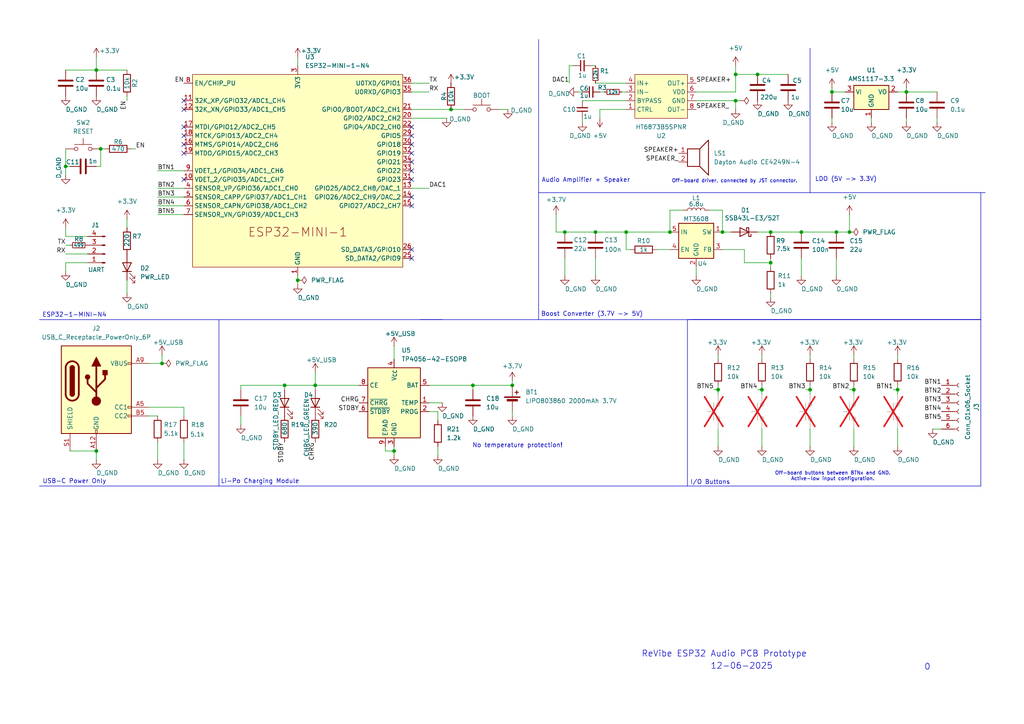
<source format=kicad_sch>
(kicad_sch (version 20250114) (generator "eeschema") (generator_version "9.0")
  (paper "A4")
  (text "Boost Converter (3.7V -> 5V)\n" (at 171.704 91.186 0) (effects (font (size 1.27 1.27))))
  (text "Li-Po Charging Module" (at 75.438 139.7 0) (effects (font (size 1.27 1.27))))
  (text "0" (at 268.986 193.548 0) (effects (font (size 1.778 1.778))))
  (text "Off-board buttons between BTNx and GND.\nActive-low input configuration." (at 241.554 138.176 0) (effects (font (size 1.016 1.016))))
  (text "No temperature protection!" (at 150.114 129.286 0) (effects (font (size 1.27 1.27))))
  (text "12-06-2025" (at 215.138 193.294 0) (effects (font (size 1.778 1.778))))
  (text "ReVibe ESP32 Audio PCB Prototype" (at 210.058 189.738 0) (effects (font (size 1.778 1.778))))
  (text "USB-C Power Only\n" (at 21.59 139.7 0) (effects (font (size 1.27 1.27))))
  (text "LDO (5V -> 3.3V)\n" (at 245.364 52.07 0) (effects (font (size 1.27 1.27))))
  (text "ESP32-1-MINI-N4" (at 21.59 91.44 0) (effects (font (size 1.27 1.27))))
  (text "Off-board driver, connected by JST connector." (at 213.106 52.578 0) (effects (font (size 1.016 1.016))))
  (text "Audio Amplifier + Speaker\n" (at 169.926 52.324 0) (effects (font (size 1.27 1.27))))
  (text "I/O Buttons" (at 205.994 139.954 0) (effects (font (size 1.27 1.27))))
  (junction (at 130.81 31.75))
  (junction (at 27.94 130.81))
  (junction (at 260.35 113.03))
  (junction (at 27.94 20.32))
  (junction (at 148.59 111.76))
  (junction (at 86.36 81.28))
  (junction (at 232.41 67.31))
  (junction (at 163.83 67.31))
  (junction (at 181.61 67.31))
  (junction (at 172.72 67.31))
  (junction (at 234.95 113.03))
  (junction (at 219.71 21.59))
  (junction (at 246.38 67.31))
  (junction (at 209.55 67.31))
  (junction (at 262.89 26.67))
  (junction (at 137.16 111.76))
  (junction (at 247.65 113.03))
  (junction (at 114.3 130.81))
  (junction (at 213.36 29.21))
  (junction (at 220.98 113.03))
  (junction (at 29.21 43.18))
  (junction (at 46.99 105.41))
  (junction (at 223.52 76.2))
  (junction (at 91.44 111.76))
  (junction (at 242.57 67.31))
  (junction (at 208.28 113.03))
  (junction (at 223.52 67.31))
  (junction (at 19.05 48.26))
  (junction (at 241.3 26.67))
  (junction (at 194.31 67.31))
  (junction (at 213.36 21.59))
  (junction (at 82.55 111.76))
  (no_connect (at 119.38 72.39))
  (no_connect (at 53.34 44.45))
  (no_connect (at 53.34 29.21))
  (no_connect (at 53.34 52.07))
  (no_connect (at 119.38 74.93))
  (no_connect (at 53.34 36.83))
  (no_connect (at 53.34 31.75))
  (no_connect (at 119.38 52.07))
  (no_connect (at 119.38 46.99))
  (no_connect (at 119.38 59.69))
  (no_connect (at 119.38 36.83))
  (no_connect (at 53.34 39.37))
  (no_connect (at 119.38 41.91))
  (no_connect (at 119.38 57.15))
  (no_connect (at 119.38 49.53))
  (no_connect (at 119.38 39.37))
  (no_connect (at 53.34 41.91))
  (no_connect (at 119.38 44.45))
  (wire (pts (xy 45.72 62.23) (xy 53.34 62.23)))
  (wire (pts (xy 43.18 105.41) (xy 46.99 105.41)))
  (wire (pts (xy 119.38 31.75) (xy 130.81 31.75)))
  (wire (pts (xy 213.36 26.67) (xy 201.93 26.67)))
  (wire (pts (xy 69.85 111.76) (xy 82.55 111.76)))
  (wire (pts (xy 223.52 74.93) (xy 223.52 76.2)))
  (polyline (pts (xy 234.95 55.88) (xy 285.75 55.88)))
  (wire (pts (xy 208.28 102.87) (xy 208.28 104.14)))
  (wire (pts (xy 19.05 48.26) (xy 19.05 50.8)))
  (wire (pts (xy 260.35 113.03) (xy 260.35 111.76)))
  (wire (pts (xy 215.9 76.2) (xy 223.52 76.2)))
  (wire (pts (xy 260.35 102.87) (xy 260.35 104.14)))
  (wire (pts (xy 241.3 34.29) (xy 241.3 35.56)))
  (wire (pts (xy 181.61 72.39) (xy 181.61 67.31)))
  (wire (pts (xy 19.05 71.12) (xy 20.32 71.12)))
  (wire (pts (xy 91.44 111.76) (xy 104.14 111.76)))
  (wire (pts (xy 168.91 35.56) (xy 168.91 34.29)))
  (wire (pts (xy 36.83 27.94) (xy 36.83 29.21)))
  (wire (pts (xy 27.94 20.32) (xy 36.83 20.32)))
  (wire (pts (xy 262.89 25.4) (xy 262.89 26.67)))
  (wire (pts (xy 27.94 48.26) (xy 29.21 48.26)))
  (wire (pts (xy 173.99 31.75) (xy 181.61 31.75)))
  (wire (pts (xy 82.55 111.76) (xy 91.44 111.76)))
  (polyline (pts (xy 11.43 140.97) (xy 63.5 140.97)))
  (wire (pts (xy 246.38 67.31) (xy 242.57 67.31)))
  (wire (pts (xy 114.3 100.33) (xy 114.3 104.14)))
  (wire (pts (xy 223.52 76.2) (xy 223.52 77.47)))
  (wire (pts (xy 86.36 16.51) (xy 86.36 19.05)))
  (wire (pts (xy 220.98 114.3) (xy 220.98 113.03)))
  (wire (pts (xy 127 121.92) (xy 127 119.38)))
  (wire (pts (xy 53.34 128.27) (xy 53.34 133.35)))
  (wire (pts (xy 163.83 74.93) (xy 163.83 80.01)))
  (wire (pts (xy 223.52 67.31) (xy 232.41 67.31)))
  (wire (pts (xy 260.35 114.3) (xy 260.35 113.03)))
  (wire (pts (xy 45.72 128.27) (xy 45.72 133.35)))
  (wire (pts (xy 247.65 113.03) (xy 247.65 111.76)))
  (wire (pts (xy 111.76 129.54) (xy 111.76 130.81)))
  (polyline (pts (xy 200.66 92.71) (xy 284.48 92.71)))
  (wire (pts (xy 91.44 107.95) (xy 91.44 111.76)))
  (wire (pts (xy 165.1 19.05) (xy 166.37 19.05)))
  (wire (pts (xy 259.08 113.03) (xy 260.35 113.03)))
  (wire (pts (xy 182.88 72.39) (xy 181.61 72.39)))
  (wire (pts (xy 19.05 76.2) (xy 19.05 78.74)))
  (wire (pts (xy 86.36 81.28) (xy 86.36 82.55)))
  (wire (pts (xy 190.5 72.39) (xy 194.31 72.39)))
  (wire (pts (xy 165.1 24.13) (xy 165.1 19.05)))
  (polyline (pts (xy 234.95 13.97) (xy 234.95 55.88)))
  (wire (pts (xy 19.05 66.04) (xy 19.05 68.58)))
  (wire (pts (xy 213.36 21.59) (xy 219.71 21.59)))
  (wire (pts (xy 201.93 77.47) (xy 201.93 80.01)))
  (wire (pts (xy 114.3 129.54) (xy 114.3 130.81)))
  (wire (pts (xy 161.29 62.23) (xy 161.29 67.31)))
  (wire (pts (xy 130.81 31.75) (xy 134.62 31.75)))
  (wire (pts (xy 194.31 60.96) (xy 194.31 67.31)))
  (wire (pts (xy 172.72 67.31) (xy 181.61 67.31)))
  (wire (pts (xy 220.98 102.87) (xy 220.98 104.14)))
  (polyline (pts (xy 199.39 92.71) (xy 284.48 92.71)))
  (polyline (pts (xy 284.48 140.97) (xy 284.48 92.71)))
  (polyline (pts (xy 11.43 92.71) (xy 156.21 92.71)))
  (wire (pts (xy 19.05 48.26) (xy 19.05 43.18)))
  (wire (pts (xy 124.46 116.84) (xy 128.27 116.84)))
  (polyline (pts (xy 199.39 92.71) (xy 199.39 140.97)))
  (wire (pts (xy 45.72 49.53) (xy 53.34 49.53)))
  (wire (pts (xy 246.38 113.03) (xy 247.65 113.03)))
  (wire (pts (xy 148.59 119.38) (xy 148.59 120.65)))
  (wire (pts (xy 207.01 113.03) (xy 208.28 113.03)))
  (wire (pts (xy 262.89 26.67) (xy 260.35 26.67)))
  (wire (pts (xy 46.99 102.87) (xy 46.99 105.41)))
  (wire (pts (xy 241.3 25.4) (xy 241.3 26.67)))
  (wire (pts (xy 233.68 113.03) (xy 234.95 113.03)))
  (wire (pts (xy 172.72 24.13) (xy 181.61 24.13)))
  (wire (pts (xy 119.38 34.29) (xy 129.54 34.29)))
  (wire (pts (xy 198.12 60.96) (xy 194.31 60.96)))
  (wire (pts (xy 208.28 124.46) (xy 208.28 129.54)))
  (wire (pts (xy 270.51 124.46) (xy 273.05 124.46)))
  (wire (pts (xy 137.16 111.76) (xy 148.59 111.76)))
  (wire (pts (xy 215.9 72.39) (xy 215.9 76.2)))
  (wire (pts (xy 234.95 124.46) (xy 234.95 129.54)))
  (wire (pts (xy 119.38 26.67) (xy 124.46 26.67)))
  (wire (pts (xy 247.65 102.87) (xy 247.65 104.14)))
  (wire (pts (xy 213.36 29.21) (xy 213.36 31.75)))
  (wire (pts (xy 137.16 111.76) (xy 137.16 113.03)))
  (wire (pts (xy 43.18 120.65) (xy 45.72 120.65)))
  (wire (pts (xy 69.85 113.03) (xy 69.85 111.76)))
  (wire (pts (xy 208.28 114.3) (xy 208.28 113.03)))
  (polyline (pts (xy 121.92 92.71) (xy 128.27 92.71)))
  (wire (pts (xy 262.89 34.29) (xy 262.89 35.56)))
  (wire (pts (xy 241.3 26.67) (xy 245.11 26.67)))
  (wire (pts (xy 86.36 80.01) (xy 86.36 81.28)))
  (wire (pts (xy 247.65 114.3) (xy 247.65 113.03)))
  (wire (pts (xy 171.45 19.05) (xy 172.72 19.05)))
  (wire (pts (xy 144.78 31.75) (xy 147.32 31.75)))
  (wire (pts (xy 45.72 54.61) (xy 53.34 54.61)))
  (wire (pts (xy 271.78 34.29) (xy 271.78 35.56)))
  (wire (pts (xy 19.05 20.32) (xy 27.94 20.32)))
  (wire (pts (xy 173.99 31.75) (xy 173.99 34.29)))
  (wire (pts (xy 223.52 85.09) (xy 223.52 86.36)))
  (polyline (pts (xy 156.21 55.88) (xy 234.95 55.88)))
  (wire (pts (xy 163.83 67.31) (xy 172.72 67.31)))
  (wire (pts (xy 220.98 124.46) (xy 220.98 129.54)))
  (wire (pts (xy 161.29 67.31) (xy 163.83 67.31)))
  (wire (pts (xy 91.44 113.03) (xy 91.44 111.76)))
  (wire (pts (xy 82.55 113.03) (xy 82.55 111.76)))
  (wire (pts (xy 205.74 60.96) (xy 209.55 60.96)))
  (wire (pts (xy 119.38 54.61) (xy 124.46 54.61)))
  (wire (pts (xy 45.72 57.15) (xy 53.34 57.15)))
  (wire (pts (xy 232.41 67.31) (xy 242.57 67.31)))
  (polyline (pts (xy 156.21 92.71) (xy 284.48 92.71)))
  (wire (pts (xy 27.94 16.51) (xy 27.94 20.32)))
  (wire (pts (xy 242.57 74.93) (xy 242.57 80.01)))
  (wire (pts (xy 168.91 29.21) (xy 181.61 29.21)))
  (wire (pts (xy 213.36 19.05) (xy 213.36 21.59)))
  (polyline (pts (xy 63.5 140.97) (xy 284.48 140.97)))
  (polyline (pts (xy 156.21 11.43) (xy 156.21 92.71)))
  (wire (pts (xy 232.41 74.93) (xy 232.41 80.01)))
  (wire (pts (xy 148.59 110.49) (xy 148.59 111.76)))
  (wire (pts (xy 209.55 67.31) (xy 212.09 67.31)))
  (wire (pts (xy 127 119.38) (xy 124.46 119.38)))
  (wire (pts (xy 181.61 26.67) (xy 180.34 26.67)))
  (wire (pts (xy 219.71 21.59) (xy 228.6 21.59)))
  (wire (pts (xy 19.05 68.58) (xy 25.4 68.58)))
  (wire (pts (xy 167.64 26.67) (xy 168.91 26.67)))
  (wire (pts (xy 209.55 60.96) (xy 209.55 67.31)))
  (wire (pts (xy 43.18 118.11) (xy 53.34 118.11)))
  (wire (pts (xy 114.3 130.81) (xy 114.3 132.08)))
  (wire (pts (xy 173.99 26.67) (xy 175.26 26.67)))
  (wire (pts (xy 220.98 113.03) (xy 220.98 111.76)))
  (wire (pts (xy 137.16 111.76) (xy 124.46 111.76)))
  (wire (pts (xy 260.35 124.46) (xy 260.35 129.54)))
  (wire (pts (xy 20.32 130.81) (xy 27.94 130.81)))
  (wire (pts (xy 27.94 130.81) (xy 27.94 133.35)))
  (wire (pts (xy 219.71 113.03) (xy 220.98 113.03)))
  (wire (pts (xy 234.95 113.03) (xy 234.95 111.76)))
  (wire (pts (xy 69.85 120.65) (xy 69.85 123.19)))
  (wire (pts (xy 181.61 67.31) (xy 194.31 67.31)))
  (wire (pts (xy 262.89 26.67) (xy 271.78 26.67)))
  (wire (pts (xy 38.1 43.18) (xy 39.37 43.18)))
  (wire (pts (xy 19.05 76.2) (xy 25.4 76.2)))
  (wire (pts (xy 36.83 63.5) (xy 36.83 66.04)))
  (wire (pts (xy 111.76 130.81) (xy 114.3 130.81)))
  (wire (pts (xy 234.95 102.87) (xy 234.95 104.14)))
  (polyline (pts (xy 284.48 92.71) (xy 284.48 55.88)))
  (wire (pts (xy 172.72 74.93) (xy 172.72 80.01)))
  (wire (pts (xy 36.83 81.28) (xy 36.83 85.09)))
  (wire (pts (xy 119.38 24.13) (xy 124.46 24.13)))
  (wire (pts (xy 247.65 124.46) (xy 247.65 129.54)))
  (wire (pts (xy 208.28 113.03) (xy 208.28 111.76)))
  (wire (pts (xy 201.93 29.21) (xy 213.36 29.21)))
  (wire (pts (xy 19.05 73.66) (xy 25.4 73.66)))
  (wire (pts (xy 20.32 48.26) (xy 19.05 48.26)))
  (wire (pts (xy 213.36 29.21) (xy 214.63 29.21)))
  (wire (pts (xy 234.95 114.3) (xy 234.95 113.03)))
  (wire (pts (xy 219.71 67.31) (xy 223.52 67.31)))
  (wire (pts (xy 29.21 48.26) (xy 29.21 43.18)))
  (wire (pts (xy 209.55 72.39) (xy 215.9 72.39)))
  (wire (pts (xy 213.36 21.59) (xy 213.36 26.67)))
  (wire (pts (xy 246.38 62.23) (xy 246.38 67.31)))
  (wire (pts (xy 53.34 118.11) (xy 53.34 120.65)))
  (wire (pts (xy 252.73 34.29) (xy 252.73 35.56)))
  (polyline (pts (xy 63.5 140.97) (xy 63.5 92.71)))
  (wire (pts (xy 29.21 43.18) (xy 30.48 43.18)))
  (wire (pts (xy 45.72 59.69) (xy 53.34 59.69)))
  (wire (pts (xy 127 129.54) (xy 127 132.08)))
  (label "BTN2" (at 246.38 113.03 180))
  (label "CHRG" (at 91.44 128.27 270))
  (label "STDBY" (at 104.14 119.38 180))
  (label "EN" (at 36.83 29.21 270))
  (label "BTN2" (at 273.05 114.3 180))
  (label "BTN3" (at 273.05 116.84 180))
  (label "BTN2" (at 45.72 54.61 0))
  (label "TX" (at 19.05 71.12 180))
  (label "SPEAKER_" (at 201.93 31.75 0))
  (label "TX" (at 124.46 24.13 0))
  (label "RX" (at 19.05 73.66 180))
  (label "BTN1" (at 45.72 49.53 0))
  (label "BTN4" (at 219.71 113.03 180))
  (label "CHRG" (at 104.14 116.84 180))
  (label "BTN3" (at 233.68 113.03 180))
  (label "BTN3" (at 45.72 57.15 0))
  (label "BTN5" (at 45.72 62.23 0))
  (label "SPEAKER+" (at 196.85 44.45 180))
  (label "DAC1" (at 165.1 24.13 180))
  (label "BTN4" (at 273.05 119.38 180))
  (label "SPEAKER_" (at 196.85 46.99 180))
  (label "BTN5" (at 273.05 121.92 180))
  (label "STDBY" (at 82.55 128.27 270))
  (label "RX" (at 124.46 26.67 0))
  (label "EN" (at 39.37 43.18 0))
  (label "BTN4" (at 45.72 59.69 0))
  (label "BTN5" (at 207.01 113.03 180))
  (label "SPEAKER+" (at 201.93 24.13 0))
  (label "BTN1" (at 259.08 113.03 180))
  (label "BTN1" (at 273.05 111.76 180))
  (label "EN" (at 53.34 24.13 180))
  (label "DAC1" (at 124.46 54.61 0))
  (symbol (lib_id "power:+5V") (at 148.59 110.49 0) (unit 1)
    (property "Reference" "#PWR043" (effects (hide yes)))
    (property "Value" "+3.7V" (at 148.59 106.172 0))
    (property "Description" "Power symbol creates a global label with name \"+5V\"" (effects (hide yes)))
  )
  (symbol (lib_id "Device:C") (at 172.72 71.12 0) (unit 1)
    (property "Reference" "C13" (at 175.26 69.596 0) (effects (justify left)))
    (property "Value" "100n" (at 175.26 72.39 0) (effects (justify left)))
    (property "Footprint" "Capacitor_SMD:C_0402_1005Metric" (effects (hide yes)))
    (property "Description" "Unpolarized capacitor" (effects (hide yes)))
  )
  (symbol (lib_id "Device:C") (at 163.83 71.12 0) (unit 1)
    (property "Reference" "C12" (at 166.37 69.596 0) (effects (justify left)))
    (property "Value" "22u" (at 166.37 72.136 0) (effects (justify left)))
    (property "Footprint" "Capacitor_SMD:C_1210_3225Metric" (effects (hide yes)))
    (property "Description" "Unpolarized capacitor" (effects (hide yes)))
  )
  (symbol (lib_id "Regulator_Linear:AMS1117-3.3") (at 252.73 26.67 0) (unit 1)
    (property "Reference" "U1" (at 252.73 20.32 0))
    (property "Value" "AMS1117-3.3" (at 252.73 22.86 0))
    (property "Footprint" "Package_TO_SOT_SMD:SOT-223-3_TabPin2" (effects (hide yes)))
    (property "Datasheet" "http://www.advanced-monolithic.com/pdf/ds1117.pdf" (effects (hide yes)))
    (property "Description" "1A Low Dropout regulator, positive, 3.3V fixed output, SOT-223" (effects (hide yes)))
  )
  (symbol (lib_id "power:GND") (at 172.72 80.01 0) (unit 1)
    (property "Reference" "#PWR028" (effects (hide yes)))
    (property "Value" "D_GND" (at 172.72 83.82 0) (effects (justify left)))
    (property "Description" "Power symbol creates a global label with name \"GND\" , ground" (effects (hide yes)))
  )
  (symbol (lib_id "Battery_Management:TP4056-42-ESOP8") (at 114.3 116.84 0) (unit 1)
    (property "Reference" "U5" (at 116.4433 101.6 0) (effects (justify left)))
    (property "Value" "TP4056-42-ESOP8" (at 116.4433 104.14 0) (effects (justify left)))
    (property "Footprint" "Package_SO:SOIC-8-1EP_3.9x4.9mm_P1.27mm_EP2.41x3.3mm_ThermalVias" (effects (hide yes)))
    (property "Datasheet" "https://www.lcsc.com/datasheet/lcsc_datasheet_2410121619_TOPPOWER-Nanjing-Extension-Microelectronics-TP4056-42-ESOP8_C16581.pdf" (effects (hide yes)))
    (property "Description" "1A Standalone Linear Li-ion/LiPo single-cell battery charger, 4.2V ±1% charge voltage, VCC = 4.0..8.0V, SOIC-8 (SOP-8)" (effects (hide yes)))
  )
  (symbol (lib_id "Device:R_Small") (at 177.8 26.67 270) (unit 1)
    (property "Reference" "R3" (at 176.022 25.4 90) (effects (justify right)))
    (property "Value" "12k" (at 179.324 26.67 90) (effects (font (size 1.016 1.016)) (justify right)))
    (property "Footprint" "Resistor_SMD:R_0805_2012Metric" (effects (hide yes)))
    (property "Description" "Resistor, small symbol" (effects (hide yes)))
  )
  (symbol (lib_id "power:+3.3V") (at 36.83 63.5 0) (unit 1)
    (property "Reference" "#PWR024" (effects (hide yes)))
    (property "Value" "+3.3V" (at 36.83 58.42 0))
    (property "Description" "Power symbol creates a global label with name \"+3.3V\"" (effects (hide yes)))
  )
  (symbol (lib_id "Device:C") (at 219.71 25.4 0) (unit 1)
    (property "Reference" "C4" (at 220.98 23.368 0) (effects (justify left)))
    (property "Value" "220u" (at 220.472 28.194 0) (effects (justify left)))
    (property "Footprint" "Capacitor_SMD:C_Elec_6.3x5.8" (effects (hide yes)))
    (property "Description" "Unpolarized capacitor" (effects (hide yes)))
  )
  (symbol (lib_id "power:+3.3V") (at 260.35 102.87 0) (unit 1)
    (property "Reference" "#PWR041" (effects (hide yes)))
    (property "Value" "+3.3V" (at 260.096 99.314 0))
    (property "Description" "Power symbol creates a global label with name \"+3.3V\"" (effects (hide yes)))
  )
  (symbol (lib_id "power:+3.3V") (at 220.98 102.87 0) (unit 1)
    (property "Reference" "#PWR038" (effects (hide yes)))
    (property "Value" "+3.3V" (at 220.726 99.314 0))
    (property "Description" "Power symbol creates a global label with name \"+3.3V\"" (effects (hide yes)))
  )
  (symbol (lib_id "Device:R") (at 45.72 124.46 0) (unit 1)
    (property "Reference" "R17" (at 47.498 123.19 0) (effects (justify left)))
    (property "Value" "5.1k" (at 47.498 125.73 0) (effects (justify left)))
    (property "Footprint" "Resistor_SMD:R_0603_1608Metric" (effects (hide yes)))
    (property "Description" "Resistor" (effects (hide yes)))
  )
  (symbol (lib_id "Device:C") (at 242.57 71.12 0) (unit 1)
    (property "Reference" "C15" (at 246.38 69.8499 0) (effects (justify left)))
    (property "Value" "22u" (at 246.38 72.3899 0) (effects (justify left)))
    (property "Footprint" "Capacitor_SMD:C_1210_3225Metric" (effects (hide yes)))
    (property "Description" "Unpolarized capacitor" (effects (hide yes)))
  )
  (symbol (lib_id "Switch:SW_Push") (at 208.28 119.38 90) (unit 1) (on_board no) (dnp yes)
    (property "Reference" "SW3" (effects (hide yes)))
    (property "Value" "SW_Push" (effects (hide yes)))
    (property "Description" "Push button switch, generic, two pins" (effects (hide yes)))
  )
  (symbol (lib_id "Regulator_Switching:MT3608") (at 201.93 69.85 0) (unit 1)
    (property "Reference" "U4" (at 203.708 76.454 0))
    (property "Value" "MT3608" (at 201.93 63.5 0))
    (property "Footprint" "Package_TO_SOT_SMD:SOT-23-6" (effects (hide yes)))
    (property "Datasheet" "https://www.olimex.com/Products/Breadboarding/BB-PWR-3608/resources/MT3608.pdf" (effects (hide yes)))
    (property "Description" "High Efficiency 1.2MHz 2A Step Up Converter, 2-24V Vin, 28V Vout, 4A current limit, 1.2MHz, SOT23-6" (effects (hide yes)))
  )
  (symbol (lib_id "power:GND") (at 260.35 129.54 0) (unit 1)
    (property "Reference" "#PWR054" (effects (hide yes)))
    (property "Value" "D_GND" (at 260.35 133.35 0) (effects (justify left)))
    (property "Description" "Power symbol creates a global label with name \"GND\" , ground" (effects (hide yes)))
  )
  (symbol (lib_id "power:GND") (at 168.91 35.56 0) (unit 1)
    (property "Reference" "#PWR044" (effects (hide yes)))
    (property "Value" "D_GND" (at 165.1 39.37 0) (effects (justify left)))
    (property "Description" "Power symbol creates a global label with name \"GND\" , ground" (effects (hide yes)))
  )
  (symbol (lib_id "Device:C") (at 262.89 30.48 0) (unit 1)
    (property "Reference" "C8" (at 265.43 29.21 0) (effects (justify left)))
    (property "Value" "10u" (at 265.43 31.75 0) (effects (justify left)))
    (property "Footprint" "Capacitor_SMD:C_1206_3216Metric" (effects (hide yes)))
    (property "Description" "Unpolarized capacitor" (effects (hide yes)))
  )
  (symbol (lib_id "Device:C") (at 69.85 116.84 0) (unit 1)
    (property "Reference" "C17" (at 73.66 115.5699 0) (effects (justify left)))
    (property "Value" "10u" (at 73.66 118.1099 0) (effects (justify left)))
    (property "Footprint" "Capacitor_SMD:C_0402_1005Metric" (effects (hide yes)))
    (property "Description" "Unpolarized capacitor" (effects (hide yes)))
  )
  (symbol (lib_id "power:GND") (at 242.57 80.01 0) (unit 1)
    (property "Reference" "#PWR031" (effects (hide yes)))
    (property "Value" "D_GND" (at 242.57 83.82 0) (effects (justify left)))
    (property "Description" "Power symbol creates a global label with name \"GND\" , ground" (effects (hide yes)))
  )
  (symbol (lib_id "Device:R") (at 260.35 107.95 0) (unit 1)
    (property "Reference" "R16" (at 262.89 106.6799 0) (effects (justify left)))
    (property "Value" "10k" (at 262.89 109.2199 0) (effects (justify left)))
    (property "Footprint" "Resistor_SMD:R_0805_2012Metric" (effects (hide yes)))
    (property "Description" "Resistor" (effects (hide yes)))
  )
  (symbol (lib_id "power:+5V") (at 114.3 100.33 0) (unit 1)
    (property "Reference" "#PWR035" (effects (hide yes)))
    (property "Value" "+5V_USB" (at 116.078 96.774 0))
    (property "Description" "Power symbol creates a global label with name \"+5V\"" (effects (hide yes)))
  )
  (symbol (lib_id "power:+3.3V") (at 262.89 25.4 0) (unit 1)
    (property "Reference" "#PWR06" (effects (hide yes)))
    (property "Value" "+3.3V" (at 262.89 20.32 0))
    (property "Description" "Power symbol creates a global label with name \"+3.3V\"" (effects (hide yes)))
  )
  (symbol (lib_id "Device:C_Small") (at 171.45 26.67 90) (unit 1)
    (property "Reference" "C6" (at 169.418 25.654 90))
    (property "Value" "1u" (at 169.418 27.686 90))
    (property "Footprint" "Capacitor_SMD:C_0603_1608Metric" (effects (hide yes)))
    (property "Description" "Unpolarized capacitor, small symbol" (effects (hide yes)))
  )
  (symbol (lib_id "power:+5V") (at 246.38 62.23 0) (unit 1)
    (property "Reference" "#PWR023" (effects (hide yes)))
    (property "Value" "+5V" (at 246.38 57.15 0))
    (property "Description" "Power symbol creates a global label with name \"+5V\"" (effects (hide yes)))
  )
  (symbol (lib_id "Device:C") (at 271.78 30.48 0) (unit 1)
    (property "Reference" "C9" (at 275.59 29.2099 0) (effects (justify left)))
    (property "Value" "0.1u" (at 275.59 31.7499 0) (effects (justify left)))
    (property "Footprint" "Capacitor_SMD:C_1206_3216Metric" (effects (hide yes)))
    (property "Description" "Unpolarized capacitor" (effects (hide yes)))
  )
  (symbol (lib_id "power:GND") (at 270.51 124.46 0) (unit 1)
    (property "Reference" "#PWR049" (effects (hide yes)))
    (property "Value" "D_GND" (at 270.51 128.27 0) (effects (justify left)))
    (property "Description" "Power symbol creates a global label with name \"GND\" , ground" (effects (hide yes)))
  )
  (symbol (lib_id "Device:R") (at 223.52 81.28 0) (unit 1)
    (property "Reference" "R11" (at 225.552 80.01 0) (effects (justify left)))
    (property "Value" "1k" (at 225.552 82.55 0) (effects (justify left)))
    (property "Footprint" "Resistor_SMD:R_0805_2012Metric" (effects (hide yes)))
    (property "Description" "Resistor" (effects (hide yes)))
  )
  (symbol (lib_id "power:GND") (at 219.71 29.21 0) (unit 1)
    (property "Reference" "#PWR060" (effects (hide yes)))
    (property "Value" "D_GND" (at 219.71 33.02 0) (effects (justify left)))
    (property "Description" "Power symbol creates a global label with name \"GND\" , ground" (effects (hide yes)))
  )
  (symbol (lib_id "Device:R") (at 82.55 124.46 0) (unit 1)
    (property "Reference" "R19" (at 84.328 123.19 0) (effects (justify left)))
    (property "Value" "680" (at 82.55 126.238 90) (effects (justify left)))
    (property "Footprint" "Resistor_SMD:R_0805_2012Metric" (effects (hide yes)))
    (property "Description" "Resistor" (effects (hide yes)))
  )
  (symbol (lib_id "Switch:SW_Push") (at 234.95 119.38 90) (unit 1) (on_board no) (dnp yes)
    (property "Reference" "SW5" (effects (hide yes)))
    (property "Value" "SW_Push" (effects (hide yes)))
    (property "Description" "Push button switch, generic, two pins" (effects (hide yes)))
  )
  (symbol (lib_id "power:GND") (at 36.83 85.09 0) (unit 1)
    (property "Reference" "#PWR033" (effects (hide yes)))
    (property "Value" "D_GND" (at 36.83 88.9 0) (effects (justify left)))
    (property "Description" "Power symbol creates a global label with name \"GND\" , ground" (effects (hide yes)))
  )
  (symbol (lib_id "Device:C_Small") (at 168.91 31.75 180) (unit 1)
    (property "Reference" "C10" (at 165.1 31.75 0))
    (property "Value" "1u" (at 170.434 33.782 0))
    (property "Footprint" "Capacitor_SMD:C_0603_1608Metric" (effects (hide yes)))
    (property "Description" "Unpolarized capacitor, small symbol" (effects (hide yes)))
  )
  (symbol (lib_id "power:GND") (at 114.3 132.08 0) (unit 1)
    (property "Reference" "#PWR055" (effects (hide yes)))
    (property "Value" "D_GND" (at 114.3 135.89 0) (effects (justify left)))
    (property "Description" "Power symbol creates a global label with name \"GND\" , ground" (effects (hide yes)))
  )
  (symbol (lib_id "power:PWR_FLAG") (at 246.38 67.31 270) (unit 1)
    (property "Reference" "#FLG02" (effects (hide yes)))
    (property "Value" "PWR_FLAG" (at 250.19 67.3099 90) (effects (justify left)))
    (property "Description" "Special symbol for telling ERC where power comes from" (effects (hide yes)))
  )
  (symbol (lib_id "Audio_Amp_HT6873B5SPNR:HT6873B5SPNR") (at 191.77 27.94 0) (mirror x) (unit 1)
    (property "Reference" "U2" (at 191.77 39.37 0))
    (property "Value" "HT6873B5SPNR" (at 191.77 36.83 0))
    (property "Footprint" "Package_SO:SOP-8_3.9x4.9mm_P1.27mm" (effects (hide yes)))
    (property "Datasheet" "https://jlcpcb.com/api/file/downloadByFileSystemAccessId/8552457781555568640" (effects (hide yes)))
  )
  (symbol (lib_id "Device:C") (at 24.13 48.26 90) (unit 1)
    (property "Reference" "C11" (at 21.082 46.99 90))
    (property "Value" "1n" (at 26.924 46.736 90))
    (property "Footprint" "Capacitor_SMD:C_0402_1005Metric" (effects (hide yes)))
    (property "Description" "Unpolarized capacitor" (effects (hide yes)))
  )
  (symbol (lib_id "Connector:Conn_01x06_Socket") (at 278.13 116.84 0) (unit 1)
    (property "Reference" "J3" (at 283.21 118.11 90))
    (property "Value" "Conn_01x06_Socket" (at 280.67 118.11 90))
    (property "Footprint" "Connector_JST:JST_PH_B6B-PH-K_1x06_P2.00mm_Vertical" (effects (hide yes)))
    (property "Description" "Generic connector, single row, 01x06, script generated" (effects (hide yes)))
  )
  (symbol (lib_id "Device:C") (at 137.16 116.84 0) (unit 1)
    (property "Reference" "C18" (at 140.97 115.5699 0) (effects (justify left)))
    (property "Value" "10u" (at 140.97 118.1099 0) (effects (justify left)))
    (property "Footprint" "Capacitor_SMD:C_0402_1005Metric" (effects (hide yes)))
    (property "Description" "Unpolarized capacitor" (effects (hide yes)))
  )
  (symbol (lib_id "power:GND") (at 223.52 86.36 0) (unit 1)
    (property "Reference" "#PWR034" (effects (hide yes)))
    (property "Value" "D_GND" (at 223.52 90.17 0) (effects (justify left)))
    (property "Description" "Power symbol creates a global label with name \"GND\" , ground" (effects (hide yes)))
  )
  (symbol (lib_id "Device:R") (at 36.83 69.85 0) (unit 1)
    (property "Reference" "R7" (at 38.354 68.58 0) (effects (justify left)))
    (property "Value" "220" (at 36.83 71.628 90) (effects (justify left)))
    (property "Footprint" "Resistor_SMD:R_0805_2012Metric" (effects (hide yes)))
    (property "Description" "Resistor" (effects (hide yes)))
  )
  (symbol (lib_id "power:GND") (at 241.3 35.56 0) (unit 1)
    (property "Reference" "#PWR017" (effects (hide yes)))
    (property "Value" "D_GND" (at 241.3 39.37 0) (effects (justify left)))
    (property "Description" "Power symbol creates a global label with name \"GND\" , ground" (effects (hide yes)))
  )
  (symbol (lib_id "power:GND") (at 201.93 80.01 0) (unit 1)
    (property "Reference" "#PWR029" (effects (hide yes)))
    (property "Value" "D_GND" (at 201.93 83.82 0) (effects (justify left)))
    (property "Description" "Power symbol creates a global label with name \"GND\" , ground" (effects (hide yes)))
  )
  (symbol (lib_id "Device:R_Small") (at 22.86 71.12 90) (unit 1)
    (property "Reference" "R8" (at 22.86 69.342 90))
    (property "Value" "499" (at 22.86 71.12 90) (effects (font (size 1.016 1.016))))
    (property "Footprint" "Resistor_SMD:R_0805_2012Metric" (effects (hide yes)))
    (property "Description" "Resistor, small symbol" (effects (hide yes)))
  )
  (symbol (lib_id "power:+5V") (at 173.99 34.29 180) (unit 1)
    (property "Reference" "#PWR015" (effects (hide yes)))
    (property "Value" "+5V" (at 173.99 39.37 0))
    (property "Description" "Power symbol creates a global label with name \"+5V\"" (effects (hide yes)))
  )
  (symbol (lib_id "power:+3.3V") (at 27.94 16.51 0) (unit 1)
    (property "Reference" "#PWR01" (effects (hide yes)))
    (property "Value" "+3.3V" (at 31.75 14.732 0))
    (property "Description" "Power symbol creates a global label with name \"+3.3V\"" (effects (hide yes)))
  )
  (symbol (lib_id "power:GND") (at 220.98 129.54 0) (unit 1)
    (property "Reference" "#PWR051" (effects (hide yes)))
    (property "Value" "D_GND" (at 220.98 133.35 0) (effects (justify left)))
    (property "Description" "Power symbol creates a global label with name \"GND\" , ground" (effects (hide yes)))
  )
  (symbol (lib_id "Connector:USB_C_Receptacle_PowerOnly_6P") (at 27.94 113.03 0) (unit 1)
    (property "Reference" "J2" (at 27.94 95.25 0))
    (property "Value" "USB_C_Receptacle_PowerOnly_6P" (at 27.94 97.79 0))
    (property "Footprint" "Connector_USB:USB_C_Receptacle_GCT_USB4125-xx-x-0190_6P_TopMnt_Horizontal" (effects (hide yes)))
    (property "Datasheet" "https://www.usb.org/sites/default/files/documents/usb_type-c.zip" (effects (hide yes)))
    (property "Description" "USB Power-Only 6P Type-C Receptacle connector" (effects (hide yes)))
  )
  (symbol (lib_id "power:+5V") (at 213.36 19.05 0) (unit 1)
    (property "Reference" "#PWR03" (effects (hide yes)))
    (property "Value" "+5V" (at 213.36 13.97 0))
    (property "Description" "Power symbol creates a global label with name \"+5V\"" (effects (hide yes)))
  )
  (symbol (lib_id "power:+3.3V") (at 234.95 102.87 0) (unit 1)
    (property "Reference" "#PWR039" (effects (hide yes)))
    (property "Value" "+3.3V" (at 234.696 99.314 0))
    (property "Description" "Power symbol creates a global label with name \"+3.3V\"" (effects (hide yes)))
  )
  (symbol (lib_name "PWR_FLAG_1") (lib_id "power:PWR_FLAG") (at 214.63 29.21 270) (unit 1)
    (property "Reference" "#FLG01" (effects (hide yes)))
    (property "Value" "PWR_FLAG" (effects (hide yes)))
    (property "Description" "Special symbol for telling ERC where power comes from" (effects (hide yes)))
  )
  (symbol (lib_id "Device:LED") (at 82.55 116.84 90) (unit 1)
    (property "Reference" "D3" (at 78.994 114.554 90) (effects (justify right)))
    (property "Value" "STDBY_LED_RED" (at 80.01 115.57 0) (effects (justify right)))
    (property "Footprint" "LED_SMD:LED_0805_2012Metric" (effects (hide yes)))
    (property "Description" "Light emitting diode" (effects (hide yes)))
    (property "Sim.Pins" "1=K 2=A" (effects (hide yes)))
  )
  (symbol (lib_id "Device:R") (at 247.65 107.95 0) (unit 1)
    (property "Reference" "R15" (at 250.19 106.6799 0) (effects (justify left)))
    (property "Value" "10k" (at 250.19 109.2199 0) (effects (justify left)))
    (property "Footprint" "Resistor_SMD:R_0805_2012Metric" (effects (hide yes)))
    (property "Description" "Resistor" (effects (hide yes)))
  )
  (symbol (lib_id "power:GND") (at 147.32 31.75 0) (unit 1)
    (property "Reference" "#PWR013" (effects (hide yes)))
    (property "Value" "D_GND" (at 148.082 32.004 0) (effects (justify left)))
    (property "Description" "Power symbol creates a global label with name \"GND\" , ground" (effects (hide yes)))
  )
  (symbol (lib_id "Connector:Conn_01x04_Pin") (at 30.48 73.66 180) (unit 1)
    (property "Reference" "J1" (at 27.686 65.278 0))
    (property "Value" "UART" (at 27.94 78.232 0))
    (property "Footprint" "Connector_PinHeader_2.54mm:PinHeader_1x04_P2.54mm_Vertical" (effects (hide yes)))
    (property "Description" "Generic connector, single row, 01x04, script generated" (effects (hide yes)))
  )
  (symbol (lib_id "power:GND") (at 262.89 35.56 0) (unit 1)
    (property "Reference" "#PWR019" (effects (hide yes)))
    (property "Value" "D_GND" (at 262.89 39.37 0) (effects (justify left)))
    (property "Description" "Power symbol creates a global label with name \"GND\" , ground" (effects (hide yes)))
  )
  (symbol (lib_id "Switch:SW_Push") (at 24.13 43.18 0) (unit 1)
    (property "Reference" "SW2" (at 24.13 35.56 0))
    (property "Value" "RESET" (at 24.13 38.1 0))
    (property "Footprint" "Button_Switch_SMD:SW_Push_SPST_NO_Alps_SKRK" (effects (hide yes)))
    (property "Description" "Push button switch, generic, two pins" (effects (hide yes)))
  )
  (symbol (lib_id "power:+5V") (at 91.44 107.95 0) (unit 1)
    (property "Reference" "#PWR042" (effects (hide yes)))
    (property "Value" "+5V_USB" (at 93.218 104.394 0))
    (property "Description" "Power symbol creates a global label with name \"+5V\"" (effects (hide yes)))
  )
  (symbol (lib_id "Device:Battery_Cell") (at 148.59 116.84 0) (unit 1)
    (property "Reference" "BT1" (at 152.4 113.7284 0) (effects (justify left)))
    (property "Value" "LIPO803860 2000mAh 3.7V" (at 152.4 116.2684 0) (effects (justify left)))
    (property "Footprint" "Connector_JST:JST_PH_B2B-PH-K_1x02_P2.00mm_Vertical" (effects (hide yes)))
    (property "Description" "Single-cell battery" (effects (hide yes)))
  )
  (symbol (lib_id "power:GND") (at 45.72 133.35 0) (unit 1)
    (property "Reference" "#PWR058" (effects (hide yes)))
    (property "Value" "D_GND" (at 45.72 137.16 0) (effects (justify left)))
    (property "Description" "Power symbol creates a global label with name \"GND\" , ground" (effects (hide yes)))
  )
  (symbol (lib_id "power:GND") (at 129.54 34.29 0) (unit 1)
    (property "Reference" "#PWR014" (effects (hide yes)))
    (property "Value" "D_GND" (at 130.302 34.544 0) (effects (justify left)))
    (property "Description" "Power symbol creates a global label with name \"GND\" , ground" (effects (hide yes)))
  )
  (symbol (lib_id "power:+5V") (at 161.29 62.23 0) (unit 1)
    (property "Reference" "#PWR022" (effects (hide yes)))
    (property "Value" "+3.7V" (at 161.29 57.912 0))
    (property "Description" "Power symbol creates a global label with name \"+5V\"" (effects (hide yes)))
  )
  (symbol (lib_id "Device:R") (at 186.69 72.39 90) (unit 1)
    (property "Reference" "R10" (at 186.69 69.85 90))
    (property "Value" "1k" (at 186.69 72.39 90))
    (property "Footprint" "Resistor_SMD:R_0805_2012Metric" (effects (hide yes)))
    (property "Description" "Resistor" (effects (hide yes)))
  )
  (symbol (lib_id "power:PWR_FLAG") (at 46.99 105.41 270) (unit 1)
    (property "Reference" "#FLG04" (effects (hide yes)))
    (property "Value" "PWR_FLAG" (at 50.8 105.4099 90) (effects (justify left)))
    (property "Description" "Special symbol for telling ERC where power comes from" (effects (hide yes)))
  )
  (symbol (lib_id "Device:C") (at 19.05 24.13 0) (unit 1)
    (property "Reference" "C2" (at 21.844 23.114 0) (effects (justify left)))
    (property "Value" "10u" (at 21.844 25.654 0) (effects (justify left)))
    (property "Footprint" "Capacitor_SMD:C_0805_2012Metric" (effects (hide yes)))
    (property "Description" "Unpolarized capacitor" (effects (hide yes)))
  )
  (symbol (lib_id "Switch:SW_Push") (at 247.65 119.38 90) (unit 1) (on_board no) (dnp yes)
    (property "Reference" "SW6" (effects (hide yes)))
    (property "Value" "SW_Push" (effects (hide yes)))
    (property "Description" "Push button switch, generic, two pins" (effects (hide yes)))
  )
  (symbol (lib_id "power:GND") (at 252.73 35.56 0) (unit 1)
    (property "Reference" "#PWR018" (effects (hide yes)))
    (property "Value" "D_GND" (at 252.73 39.37 0) (effects (justify left)))
    (property "Description" "Power symbol creates a global label with name \"GND\" , ground" (effects (hide yes)))
  )
  (symbol (lib_id "Device:R") (at 34.29 43.18 90) (unit 1)
    (property "Reference" "R6" (at 34.29 41.148 90))
    (property "Value" "470" (at 34.29 43.18 90))
    (property "Footprint" "Resistor_SMD:R_0805_2012Metric" (effects (hide yes)))
    (property "Description" "Resistor" (effects (hide yes)))
  )
  (symbol (lib_id "power:+5V") (at 46.99 102.87 0) (unit 1)
    (property "Reference" "#PWR036" (effects (hide yes)))
    (property "Value" "+5V_USB" (at 48.768 99.314 0))
    (property "Description" "Power symbol creates a global label with name \"+5V\"" (effects (hide yes)))
  )
  (symbol (lib_id "power:+3.3V") (at 208.28 102.87 0) (unit 1)
    (property "Reference" "#PWR037" (effects (hide yes)))
    (property "Value" "+3.3V" (at 208.026 99.314 0))
    (property "Description" "Power symbol creates a global label with name \"+3.3V\"" (effects (hide yes)))
  )
  (symbol (lib_id "power:GND") (at 208.28 129.54 0) (unit 1)
    (property "Reference" "#PWR050" (effects (hide yes)))
    (property "Value" "D_GND" (at 208.28 133.35 0) (effects (justify left)))
    (property "Description" "Power symbol creates a global label with name \"GND\" , ground" (effects (hide yes)))
  )
  (symbol (lib_id "Device:R") (at 91.44 124.46 0) (unit 1)
    (property "Reference" "R20" (at 93.98 123.1899 0) (effects (justify left)))
    (property "Value" "390" (at 91.44 126.238 90) (effects (justify left)))
    (property "Footprint" "Resistor_SMD:R_0805_2012Metric" (effects (hide yes)))
    (property "Description" "Resistor" (effects (hide yes)))
  )
  (symbol (lib_id "power:GND") (at 148.59 120.65 0) (unit 1)
    (property "Reference" "#PWR047" (effects (hide yes)))
    (property "Value" "D_GND" (at 148.59 124.46 0) (effects (justify left)))
    (property "Description" "Power symbol creates a global label with name \"GND\" , ground" (effects (hide yes)))
  )
  (symbol (lib_id "power:+5V") (at 241.3 25.4 0) (unit 1)
    (property "Reference" "#PWR05" (effects (hide yes)))
    (property "Value" "+5V" (at 241.3 20.32 0))
    (property "Description" "Power symbol creates a global label with name \"+5V\"" (effects (hide yes)))
  )
  (symbol (lib_id "power:GND") (at 228.6 29.21 0) (unit 1)
    (property "Reference" "#PWR061" (effects (hide yes)))
    (property "Value" "D_GND" (at 228.6 33.02 0) (effects (justify left)))
    (property "Description" "Power symbol creates a global label with name \"GND\" , ground" (effects (hide yes)))
  )
  (symbol (lib_id "Device:LED") (at 36.83 77.47 90) (unit 1)
    (property "Reference" "D2" (at 40.64 77.7874 90) (effects (justify right)))
    (property "Value" "PWR_LED" (at 40.64 80.3274 90) (effects (justify right)))
    (property "Footprint" "LED_SMD:LED_0805_2012Metric" (effects (hide yes)))
    (property "Description" "Light emitting diode" (effects (hide yes)))
    (property "Sim.Pins" "1=K 2=A" (effects (hide yes)))
  )
  (symbol (lib_id "power:GND") (at 19.05 50.8 0) (unit 1)
    (property "Reference" "#PWR021" (effects (hide yes)))
    (property "Value" "D_GND" (at 17.018 51.816 90) (effects (justify left)))
    (property "Description" "Power symbol creates a global label with name \"GND\" , ground" (effects (hide yes)))
  )
  (symbol (lib_id "power:GND") (at 271.78 35.56 0) (unit 1)
    (property "Reference" "#PWR020" (effects (hide yes)))
    (property "Value" "D_GND" (at 271.78 39.37 0) (effects (justify left)))
    (property "Description" "Power symbol creates a global label with name \"GND\" , ground" (effects (hide yes)))
  )
  (symbol (lib_id "power:GND") (at 127 132.08 0) (unit 1)
    (property "Reference" "#PWR056" (effects (hide yes)))
    (property "Value" "D_GND" (at 127 135.89 0) (effects (justify left)))
    (property "Description" "Power symbol creates a global label with name \"GND\" , ground" (effects (hide yes)))
  )
  (symbol (lib_id "power:GND") (at 128.27 116.84 0) (unit 1)
    (property "Reference" "#PWR045" (effects (hide yes)))
    (property "Value" "D_GND" (at 128.27 120.65 0) (effects (justify left)))
    (property "Description" "Power symbol creates a global label with name \"GND\" , ground" (effects (hide yes)))
  )
  (symbol (lib_id "Device:L") (at 201.93 60.96 90) (unit 1)
    (property "Reference" "L1" (at 201.93 57.404 90))
    (property "Value" "6.8u" (at 201.93 59.182 90))
    (property "Footprint" "Inductor_SMD:L_TDK_VLS6045EX_VLS6045AF" (effects (hide yes)))
    (property "Description" "Inductor" (effects (hide yes)))
  )
  (symbol (lib_id "power:GND") (at 163.83 80.01 0) (unit 1)
    (property "Reference" "#PWR027" (effects (hide yes)))
    (property "Value" "D_GND" (at 163.83 83.82 0) (effects (justify left)))
    (property "Description" "Power symbol creates a global label with name \"GND\" , ground" (effects (hide yes)))
  )
  (symbol (lib_id "Device:C") (at 232.41 71.12 0) (unit 1)
    (property "Reference" "C14" (at 235.458 69.85 0) (effects (justify left)))
    (property "Value" "100n" (at 235.458 72.39 0) (effects (justify left)))
    (property "Footprint" "Capacitor_SMD:C_0402_1005Metric" (effects (hide yes)))
    (property "Description" "Unpolarized capacitor" (effects (hide yes)))
  )
  (symbol (lib_id "Switch:SW_Push") (at 260.35 119.38 90) (unit 1) (on_board no) (dnp yes)
    (property "Reference" "SW7" (effects (hide yes)))
    (property "Value" "SW_Push" (effects (hide yes)))
    (property "Description" "Push button switch, generic, two pins" (effects (hide yes)))
  )
  (symbol (lib_id "Switch:SW_Push") (at 139.7 31.75 0) (unit 1)
    (property "Reference" "SW1" (effects (hide yes)))
    (property "Value" "BOOT" (at 139.7 27.686 0))
    (property "Footprint" "Button_Switch_SMD:SW_Push_SPST_NO_Alps_SKRK" (effects (hide yes)))
    (property "Description" "Push button switch, generic, two pins" (effects (hide yes)))
  )
  (symbol (lib_id "Device:C") (at 228.6 25.4 0) (unit 1)
    (property "Reference" "C5" (at 229.87 23.368 0) (effects (justify left)))
    (property "Value" "1u" (at 229.362 28.194 0) (effects (justify left)))
    (property "Footprint" "Capacitor_SMD:C_0603_1608Metric" (effects (hide yes)))
    (property "Description" "Unpolarized capacitor" (effects (hide yes)))
  )
  (symbol (lib_id "Device:C") (at 241.3 30.48 0) (unit 1)
    (property "Reference" "C7" (at 243.84 29.21 0) (effects (justify left)))
    (property "Value" "10u" (at 243.84 31.75 0) (effects (justify left)))
    (property "Footprint" "Capacitor_SMD:C_1206_3216Metric" (effects (hide yes)))
    (property "Description" "Unpolarized capacitor" (effects (hide yes)))
  )
  (symbol (lib_id "Device:LED") (at 91.44 116.84 90) (unit 1)
    (property "Reference" "D4" (at 88.138 114.554 90) (effects (justify right)))
    (property "Value" "CHRG_LED_GREEN" (at 88.9 115.57 0) (effects (justify right)))
    (property "Footprint" "LED_SMD:LED_0805_2012Metric" (effects (hide yes)))
    (property "Description" "Light emitting diode" (effects (hide yes)))
    (property "Sim.Pins" "1=K 2=A" (effects (hide yes)))
  )
  (symbol (lib_id "power:+3.3V") (at 130.81 24.13 0) (unit 1)
    (property "Reference" "#PWR04" (effects (hide yes)))
    (property "Value" "+3.3V" (at 134.62 22.352 0))
    (property "Description" "Power symbol creates a global label with name \"+3.3V\"" (effects (hide yes)))
  )
  (symbol (lib_id "Device:R") (at 130.81 27.94 180) (unit 1)
    (property "Reference" "R4" (at 128.778 27.94 90))
    (property "Value" "10k" (at 130.81 27.94 90))
    (property "Footprint" "Resistor_SMD:R_0805_2012Metric" (effects (hide yes)))
    (property "Description" "Resistor" (effects (hide yes)))
  )
  (symbol (lib_id "Device:R") (at 223.52 71.12 0) (unit 1)
    (property "Reference" "R9" (at 225.044 69.85 0) (effects (justify left)))
    (property "Value" "7.5k" (at 225.044 72.136 0) (effects (justify left)))
    (property "Footprint" "Resistor_SMD:R_0805_2012Metric" (effects (hide yes)))
    (property "Description" "Resistor" (effects (hide yes)))
  )
  (symbol (lib_id "power:GND") (at 19.05 78.74 0) (unit 1)
    (property "Reference" "#PWR026" (effects (hide yes)))
    (property "Value" "D_GND" (at 19.05 82.55 0) (effects (justify left)))
    (property "Description" "Power symbol creates a global label with name \"GND\" , ground" (effects (hide yes)))
  )
  (symbol (lib_id "Device:R") (at 53.34 124.46 0) (unit 1)
    (property "Reference" "R18" (at 55.372 123.19 0) (effects (justify left)))
    (property "Value" "5.1k" (at 55.118 125.984 0) (effects (justify left)))
    (property "Footprint" "Resistor_SMD:R_0603_1608Metric" (effects (hide yes)))
    (property "Description" "Resistor" (effects (hide yes)))
  )
  (symbol (lib_id "power:GND") (at 247.65 129.54 0) (unit 1)
    (property "Reference" "#PWR053" (effects (hide yes)))
    (property "Value" "D_GND" (at 247.65 133.35 0) (effects (justify left)))
    (property "Description" "Power symbol creates a global label with name \"GND\" , ground" (effects (hide yes)))
  )
  (symbol (lib_id "Device:R") (at 220.98 107.95 0) (unit 1)
    (property "Reference" "R13" (at 223.52 106.6799 0) (effects (justify left)))
    (property "Value" "10k" (at 223.52 109.2199 0) (effects (justify left)))
    (property "Footprint" "Resistor_SMD:R_0805_2012Metric" (effects (hide yes)))
    (property "Description" "Resistor" (effects (hide yes)))
  )
  (symbol (lib_id "Device:R_Small") (at 172.72 21.59 180) (unit 1)
    (property "Reference" "R1" (at 173.99 20.574 0) (effects (justify right)))
    (property "Value" "12k" (at 172.72 23.114 90) (effects (font (size 1.016 1.016)) (justify right)))
    (property "Footprint" "Resistor_SMD:R_0805_2012Metric" (effects (hide yes)))
    (property "Description" "Resistor, small symbol" (effects (hide yes)))
  )
  (symbol (lib_id "Device:R") (at 234.95 107.95 0) (unit 1)
    (property "Reference" "R14" (at 237.49 106.6799 0) (effects (justify left)))
    (property "Value" "10k" (at 237.49 109.2199 0) (effects (justify left)))
    (property "Footprint" "Resistor_SMD:R_0805_2012Metric" (effects (hide yes)))
    (property "Description" "Resistor" (effects (hide yes)))
  )
  (symbol (lib_id "power:GND") (at 167.64 26.67 270) (unit 1)
    (property "Reference" "#PWR062" (effects (hide yes)))
    (property "Value" "D_GND" (at 159.004 27.178 90) (effects (justify left)))
    (property "Description" "Power symbol creates a global label with name \"GND\" , ground" (effects (hide yes)))
  )
  (symbol (lib_id "power:PWR_FLAG") (at 86.36 81.28 270) (unit 1)
    (property "Reference" "#FLG03" (effects (hide yes)))
    (property "Value" "PWR_FLAG" (at 90.17 81.2799 90) (effects (justify left)))
    (property "Description" "Special symbol for telling ERC where power comes from" (effects (hide yes)))
  )
  (symbol (lib_id "power:+3.3V") (at 19.05 66.04 0) (unit 1)
    (property "Reference" "#PWR025" (effects (hide yes)))
    (property "Value" "+3.3V" (at 19.05 60.96 0))
    (property "Description" "Power symbol creates a global label with name \"+3.3V\"" (effects (hide yes)))
  )
  (symbol (lib_id "power:+3.3V") (at 247.65 102.87 0) (unit 1)
    (property "Reference" "#PWR040" (effects (hide yes)))
    (property "Value" "+3.3V" (at 247.396 99.314 0))
    (property "Description" "Power symbol creates a global label with name \"+3.3V\"" (effects (hide yes)))
  )
  (symbol (lib_id "power:+3.3V") (at 86.36 16.51 0) (unit 1)
    (property "Reference" "#PWR02" (effects (hide yes)))
    (property "Value" "+3.3V" (at 90.17 14.732 0))
    (property "Description" "Power symbol creates a global label with name \"+3.3V\"" (effects (hide yes)))
  )
  (symbol (lib_id "power:GND") (at 53.34 133.35 0) (unit 1)
    (property "Reference" "#PWR059" (effects (hide yes)))
    (property "Value" "D_GND" (at 53.34 137.16 0) (effects (justify left)))
    (property "Description" "Power symbol creates a global label with name \"GND\" , ground" (effects (hide yes)))
  )
  (symbol (lib_id "Device:R") (at 127 125.73 0) (unit 1)
    (property "Reference" "R21" (at 129.54 124.4599 0) (effects (justify left)))
    (property "Value" "1.2k" (at 129.54 126.9999 0) (effects (justify left)))
    (property "Footprint" "Resistor_SMD:R_0805_2012Metric" (effects (hide yes)))
    (property "Description" "Resistor" (effects (hide yes)))
  )
  (symbol (lib_id "power:GND") (at 19.05 27.94 0) (unit 1)
    (property "Reference" "#PWR08" (effects (hide yes)))
    (property "Value" "D_GND" (at 19.05 31.75 0) (effects (justify left)))
    (property "Description" "Power symbol creates a global label with name \"GND\" , ground" (effects (hide yes)))
  )
  (symbol (lib_id "power:GND") (at 69.85 123.19 0) (unit 1)
    (property "Reference" "#PWR048" (effects (hide yes)))
    (property "Value" "D_GND" (at 69.85 127 0) (effects (justify left)))
    (property "Description" "Power symbol creates a global label with name \"GND\" , ground" (effects (hide yes)))
  )
  (symbol (lib_id "Device:R") (at 208.28 107.95 0) (unit 1)
    (property "Reference" "R12" (at 210.82 106.6799 0) (effects (justify left)))
    (property "Value" "10k" (at 210.82 109.2199 0) (effects (justify left)))
    (property "Footprint" "Resistor_SMD:R_0805_2012Metric" (effects (hide yes)))
    (property "Description" "Resistor" (effects (hide yes)))
  )
  (symbol (lib_id "Switch:SW_Push") (at 220.98 119.38 90) (unit 1) (on_board no) (dnp yes)
    (property "Reference" "SW4" (effects (hide yes)))
    (property "Value" "SW_Push" (effects (hide yes)))
    (property "Description" "Push button switch, generic, two pins" (effects (hide yes)))
  )
  (symbol (lib_id "power:GND") (at 232.41 80.01 0) (unit 1)
    (property "Reference" "#PWR030" (effects (hide yes)))
    (property "Value" "D_GND" (at 232.41 83.82 0) (effects (justify left)))
    (property "Description" "Power symbol creates a global label with name \"GND\" , ground" (effects (hide yes)))
  )
  (symbol (lib_id "power:GND") (at 213.36 31.75 0) (unit 1)
    (property "Reference" "#PWR063" (effects (hide yes)))
    (property "Value" "D_GND" (at 209.55 35.56 0) (effects (justify left)))
    (property "Description" "Power symbol creates a global label with name \"GND\" , ground" (effects (hide yes)))
  )
  (symbol (lib_id "Device:D_Schottky") (at 215.9 67.31 180) (unit 1)
    (property "Reference" "D1" (at 216.2175 60.96 0))
    (property "Value" "SSB43L-E3/52T" (at 218.186 63.246 0))
    (property "Footprint" "Diode_SMD:D_SMB" (effects (hide yes)))
    (property "Description" "Schottky diode" (effects (hide yes)))
  )
  (symbol (lib_id "Device:Speaker") (at 201.93 44.45 0) (unit 1)
    (property "Reference" "LS1" (at 207.01 44.4499 0) (effects (justify left)))
    (property "Value" "Dayton Audio CE4249N-4" (at 207.01 46.9899 0) (effects (justify left)))
    (property "Footprint" "Connector_JST:JST_PH_B2B-PH-K_1x02_P2.00mm_Vertical" (effects (hide yes)))
    (property "Description" "Speaker" (effects (hide yes)))
  )
  (symbol (lib_id "Device:C") (at 27.94 24.13 0) (unit 1)
    (property "Reference" "C3" (at 30.734 23.114 0) (effects (justify left)))
    (property "Value" "0.1u" (at 30.734 25.654 0) (effects (justify left)))
    (property "Footprint" "Capacitor_SMD:C_0402_1005Metric" (effects (hide yes)))
    (property "Description" "Unpolarized capacitor" (effects (hide yes)))
  )
  (symbol (lib_id "Device:C_Small") (at 168.91 19.05 90) (unit 1)
    (property "Reference" "C1" (at 168.656 16.256 90))
    (property "Value" "1u" (at 168.91 21.844 90))
    (property "Footprint" "Capacitor_SMD:C_0603_1608Metric" (effects (hide yes)))
    (property "Description" "Unpolarized capacitor, small symbol" (effects (hide yes)))
  )
  (symbol (lib_id "power:GND") (at 137.16 120.65 0) (unit 1)
    (property "Reference" "#PWR046" (effects (hide yes)))
    (property "Value" "D_GND" (at 137.16 124.46 0) (effects (justify left)))
    (property "Description" "Power symbol creates a global label with name \"GND\" , ground" (effects (hide yes)))
  )
  (symbol (lib_id "power:GND") (at 86.36 82.55 0) (unit 1)
    (property "Reference" "#PWR032" (effects (hide yes)))
    (property "Value" "D_GND" (at 86.36 86.36 0) (effects (justify left)))
    (property "Description" "Power symbol creates a global label with name \"GND\" , ground" (effects (hide yes)))
  )
  (symbol (lib_id "power:GND") (at 27.94 27.94 0) (unit 1)
    (property "Reference" "#PWR09" (effects (hide yes)))
    (property "Value" "D_GND" (at 27.94 31.75 0) (effects (justify left)))
    (property "Description" "Power symbol creates a global label with name \"GND\" , ground" (effects (hide yes)))
  )
  (symbol (lib_id "power:GND") (at 234.95 129.54 0) (unit 1)
    (property "Reference" "#PWR052" (effects (hide yes)))
    (property "Value" "D_GND" (at 234.95 133.35 0) (effects (justify left)))
    (property "Description" "Power symbol creates a global label with name \"GND\" , ground" (effects (hide yes)))
  )
  (symbol (lib_id "Device:R") (at 36.83 24.13 180) (unit 1)
    (property "Reference" "R2" (at 39.116 24.13 90))
    (property "Value" "10k" (at 36.83 24.13 90))
    (property "Footprint" "Resistor_SMD:R_0805_2012Metric" (effects (hide yes)))
    (property "Description" "Resistor" (effects (hide yes)))
  )
  (symbol (lib_id "power:GND") (at 27.94 133.35 0) (unit 1)
    (property "Reference" "#PWR057" (effects (hide yes)))
    (property "Value" "D_GND" (at 27.94 137.16 0) (effects (justify left)))
    (property "Description" "Power symbol creates a global label with name \"GND\" , ground" (effects (hide yes)))
  )
  (symbol (lib_id "PCM_Espressif:ESP32-MINI-1") (at 86.36 49.53 0) (unit 1)
    (property "Reference" "U3" (at 88.5033 16.51 0) (effects (justify left)))
    (property "Value" "ESP32-MINI-1-N4" (at 88.5033 19.05 0) (effects (justify left)))
    (property "Footprint" "PCM_Espressif:ESP32-MINI-1" (effects (hide yes)))
    (property "Datasheet" "https://www.espressif.com/sites/default/files/documentation/esp32-mini-1_datasheet_en.pdf" (effects (hide yes)))
    (property "Description" "ESP32-MINI-1/U MCU, SiP, 4MB Flash in ESP32-MINI-format" (effects (hide yes)))
  )
)
</source>
